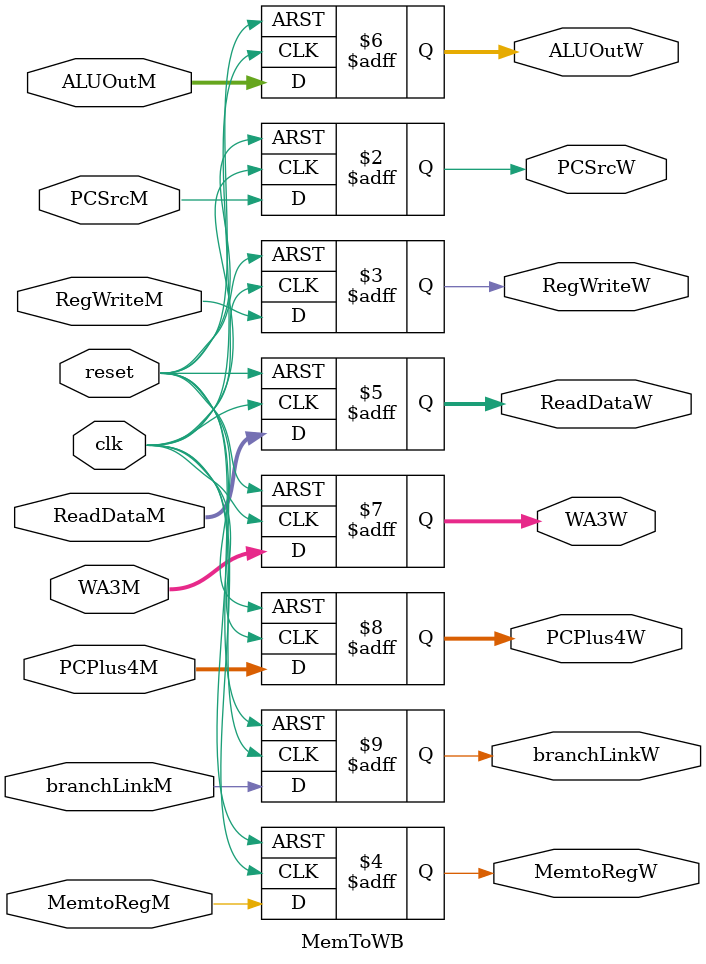
<source format=sv>
module MemToWB (	input logic clk, reset,
			input logic[31:0]PCPlus4M,
			input logic branchLinkM,
			input logic PCSrcM,RegWriteM,MemtoRegM,
			input logic [31:0] ReadDataM, ALUOutM,
			input logic [3:0] WA3M,
			output logic PCSrcW, RegWriteW, MemtoRegW,
			output logic [31:0] ReadDataW, ALUOutW,
			output logic [3:0] WA3W,
			output logic[31:0]PCPlus4W,
			output logic branchLinkW
		);
			
	always_ff @(posedge clk, posedge reset) begin

	if (reset) begin 
		
		PCSrcW <= 0;
		RegWriteW <= 0;
		MemtoRegW <= 0;
		ReadDataW <= 0;
		ALUOutW <= 0;
		WA3W <= 0;
		PCPlus4W<=0;
		branchLinkW<=0;
	end else begin
		
		PCSrcW <= PCSrcM;
		RegWriteW <= RegWriteM;
		MemtoRegW <= MemtoRegM;
		ReadDataW <= ReadDataM;
		ALUOutW <= ALUOutM;
		WA3W <= WA3M;
		PCPlus4W<=PCPlus4M;
		branchLinkW<=branchLinkM;
	
	end
	
	
	end
	
endmodule

</source>
